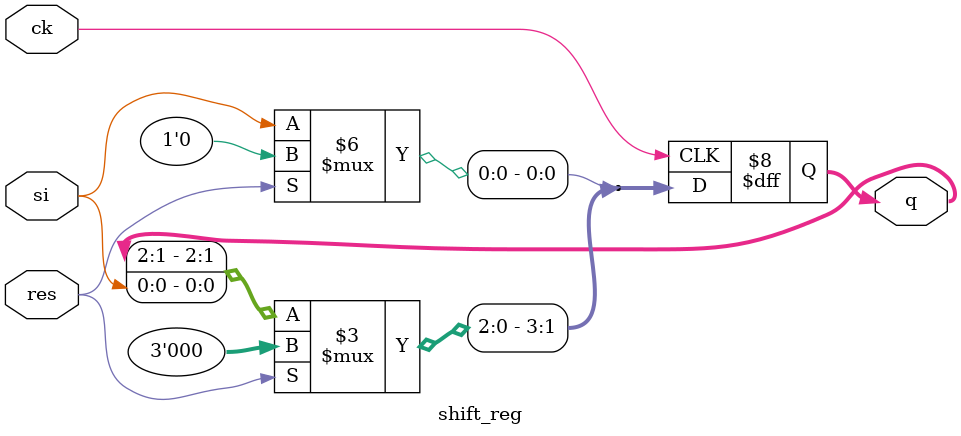
<source format=v>
module shift_reg (ck, res, si, q);
    input ck, res, si;
    output [3:0] q;
    reg [3:0] q;

    always @(posedge ck) begin
        if(res)
            q <= 4'h0;
        else begin
            q[0]    = si;
            q[3:1]  = q[2:0];
        end
    end
    
endmodule
</source>
